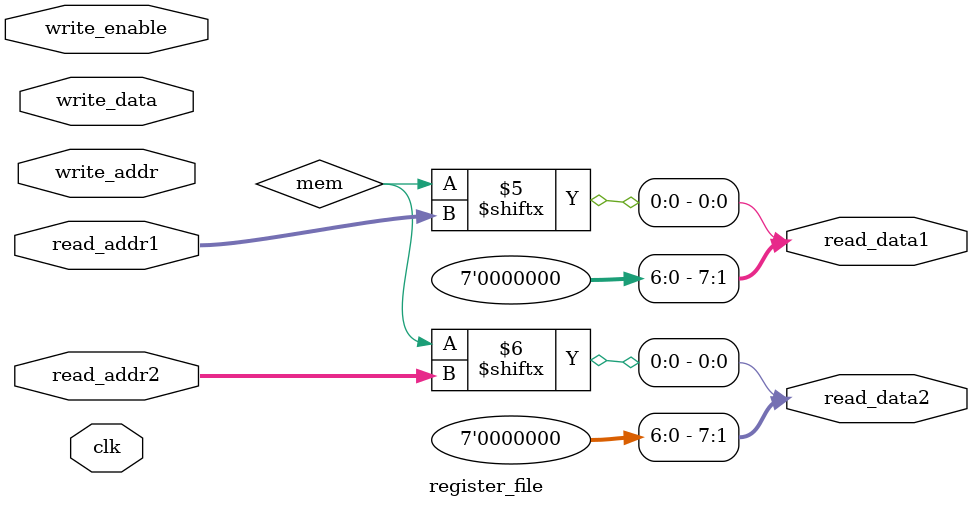
<source format=v>
module register_file (
    input clk,
    input [2:0] read_addr1, read_addr2, write_addr,
    input [7:0] write_data,
    input write_enable,
    output [7:0] read_data1, read_data2
);


    always @(posedge clk) begin
        if (write_enable)
            mem[write_addr] <= write_data;
    end


    assign read_data1 = mem[read_addr1];
    assign read_data2 = mem[read_addr2];
endmodule

</source>
